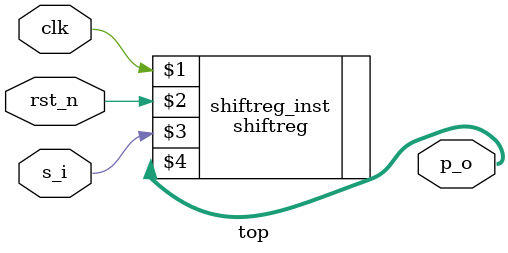
<source format=v>
module top #(parameter n = 8)(clk,rst_n,s_i,p_o);
    input clk,rst_n,s_i;
    output reg [n-1:0] p_o;
    shiftreg #(.n(8)) shiftreg_inst (clk,rst_n,s_i,p_o);
endmodule
</source>
